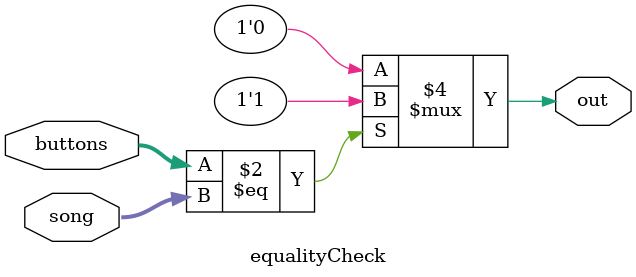
<source format=sv>
module equalityCheck(input logic [4:0] buttons, input logic [4:0] song, output logic out);

//	logic [4:0]temp;
//	xnor(temp[4],buttons[4],song[4]);
//	xnor(temp[3],buttons[3],song[3]);
//	xnor(temp[2],buttons[2],song[2]);
//	xnor(temp[1],buttons[1],song[1]);
//	xnor(temp[0],buttons[0],song[0]);
//	and(out, temp[4],temp[3],temp[2],temp[1],temp[0]);
always_comb
    if(buttons==song)
        out=1;
    else 
        out=0;
//assign out= buttons==song;
	
endmodule

</source>
